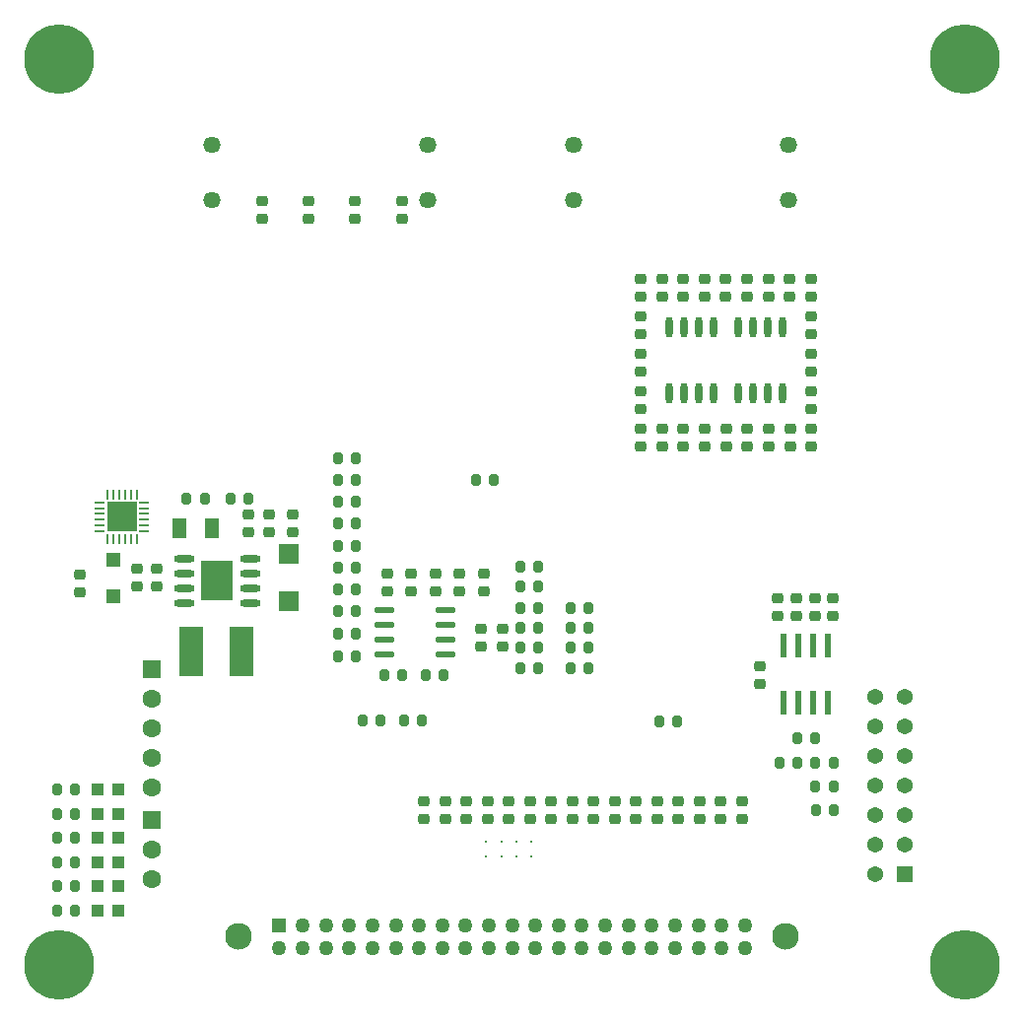
<source format=gbr>
G04*
G04 #@! TF.GenerationSoftware,Altium Limited,Altium Designer,24.1.2 (44)*
G04*
G04 Layer_Color=255*
%FSLAX44Y44*%
%MOMM*%
G71*
G04*
G04 #@! TF.SameCoordinates,5306FC51-672D-4A3A-99EF-6C0483DFD683*
G04*
G04*
G04 #@! TF.FilePolarity,Positive*
G04*
G01*
G75*
G04:AMPARAMS|DCode=24|XSize=0.95mm|YSize=0.85mm|CornerRadius=0.2125mm|HoleSize=0mm|Usage=FLASHONLY|Rotation=270.000|XOffset=0mm|YOffset=0mm|HoleType=Round|Shape=RoundedRectangle|*
%AMROUNDEDRECTD24*
21,1,0.9500,0.4250,0,0,270.0*
21,1,0.5250,0.8500,0,0,270.0*
1,1,0.4250,-0.2125,-0.2625*
1,1,0.4250,-0.2125,0.2625*
1,1,0.4250,0.2125,0.2625*
1,1,0.4250,0.2125,-0.2625*
%
%ADD24ROUNDEDRECTD24*%
G04:AMPARAMS|DCode=35|XSize=0.95mm|YSize=0.85mm|CornerRadius=0.2125mm|HoleSize=0mm|Usage=FLASHONLY|Rotation=180.000|XOffset=0mm|YOffset=0mm|HoleType=Round|Shape=RoundedRectangle|*
%AMROUNDEDRECTD35*
21,1,0.9500,0.4250,0,0,180.0*
21,1,0.5250,0.8500,0,0,180.0*
1,1,0.4250,-0.2625,0.2125*
1,1,0.4250,0.2625,0.2125*
1,1,0.4250,0.2625,-0.2125*
1,1,0.4250,-0.2625,-0.2125*
%
%ADD35ROUNDEDRECTD35*%
%ADD40R,1.8000X1.8000*%
%ADD66O,0.6000X1.8000*%
%ADD135C,0.3000*%
%ADD136R,1.3700X1.3700*%
%ADD137C,1.3700*%
%ADD138C,1.4580*%
%ADD139C,1.2580*%
%ADD140R,1.2580X1.2580*%
%ADD141C,2.3000*%
%ADD142C,1.0000*%
%ADD143C,6.0000*%
%ADD144C,1.6000*%
%ADD145R,1.6000X1.6000*%
G04:AMPARAMS|DCode=150|XSize=1.64mm|YSize=0.59mm|CornerRadius=0.1475mm|HoleSize=0mm|Usage=FLASHONLY|Rotation=0.000|XOffset=0mm|YOffset=0mm|HoleType=Round|Shape=RoundedRectangle|*
%AMROUNDEDRECTD150*
21,1,1.6400,0.2950,0,0,0.0*
21,1,1.3450,0.5900,0,0,0.0*
1,1,0.2950,0.6725,-0.1475*
1,1,0.2950,-0.6725,-0.1475*
1,1,0.2950,-0.6725,0.1475*
1,1,0.2950,0.6725,0.1475*
%
%ADD150ROUNDEDRECTD150*%
G04:AMPARAMS|DCode=151|XSize=1.97mm|YSize=0.59mm|CornerRadius=0.0738mm|HoleSize=0mm|Usage=FLASHONLY|Rotation=270.000|XOffset=0mm|YOffset=0mm|HoleType=Round|Shape=RoundedRectangle|*
%AMROUNDEDRECTD151*
21,1,1.9700,0.4425,0,0,270.0*
21,1,1.8225,0.5900,0,0,270.0*
1,1,0.1475,-0.2213,-0.9113*
1,1,0.1475,-0.2213,0.9113*
1,1,0.1475,0.2213,0.9113*
1,1,0.1475,0.2213,-0.9113*
%
%ADD151ROUNDEDRECTD151*%
%ADD152R,2.7178X3.4036*%
%ADD153O,1.8000X0.6000*%
%ADD154R,2.6500X2.6500*%
%ADD155R,0.8048X0.2746*%
%ADD156R,0.2746X0.8048*%
%ADD157R,2.0000X4.2000*%
G04:AMPARAMS|DCode=158|XSize=1.75mm|YSize=1.25mm|CornerRadius=0.2438mm|HoleSize=0mm|Usage=FLASHONLY|Rotation=270.000|XOffset=0mm|YOffset=0mm|HoleType=Round|Shape=RoundedRectangle|*
%AMROUNDEDRECTD158*
21,1,1.7500,0.7625,0,0,270.0*
21,1,1.2625,1.2500,0,0,270.0*
1,1,0.4875,-0.3813,-0.6313*
1,1,0.4875,-0.3813,0.6313*
1,1,0.4875,0.3813,0.6313*
1,1,0.4875,0.3813,-0.6313*
%
%ADD158ROUNDEDRECTD158*%
%ADD159R,1.1000X1.0000*%
%ADD160R,1.3000X1.1500*%
D24*
X290780Y339550D02*
D03*
X275280D02*
D03*
X290780Y320399D02*
D03*
X275280D02*
D03*
X290780Y358702D02*
D03*
X275280D02*
D03*
X275280Y301248D02*
D03*
X290780D02*
D03*
X685670Y168410D02*
D03*
X701170D02*
D03*
X685403Y189004D02*
D03*
X700902D02*
D03*
X669902Y230193D02*
D03*
X685403D02*
D03*
X700902Y209599D02*
D03*
X685403D02*
D03*
X669902D02*
D03*
X654402D02*
D03*
X34160Y82804D02*
D03*
X49660D02*
D03*
X34160Y103497D02*
D03*
X49660D02*
D03*
X34160Y124189D02*
D03*
X49660D02*
D03*
X34160Y144881D02*
D03*
X49660D02*
D03*
X290780Y433682D02*
D03*
X275280D02*
D03*
X290780Y377447D02*
D03*
X275280D02*
D03*
X290780Y414937D02*
D03*
X275280D02*
D03*
X290780Y396059D02*
D03*
X275280D02*
D03*
X275280Y452427D02*
D03*
X290780D02*
D03*
X275280Y471172D02*
D03*
X290780D02*
D03*
X296556Y245638D02*
D03*
X312056D02*
D03*
X198484Y436212D02*
D03*
X182984D02*
D03*
X34160Y186265D02*
D03*
X49660D02*
D03*
X34160Y165573D02*
D03*
X49660D02*
D03*
X409250Y452500D02*
D03*
X393750D02*
D03*
X332116Y245638D02*
D03*
X347616D02*
D03*
X431956Y308177D02*
D03*
X447456D02*
D03*
X431956Y342366D02*
D03*
X447456D02*
D03*
X431956Y325271D02*
D03*
X447456D02*
D03*
X431956Y291083D02*
D03*
X447456D02*
D03*
X475219Y342366D02*
D03*
X490719D02*
D03*
X475219Y308177D02*
D03*
X490719D02*
D03*
X475219Y325271D02*
D03*
X490719D02*
D03*
X475219Y291083D02*
D03*
X490719D02*
D03*
X160755Y436071D02*
D03*
X145255D02*
D03*
X431958Y378231D02*
D03*
X447458D02*
D03*
Y360781D02*
D03*
X431958D02*
D03*
X366204Y284416D02*
D03*
X350704D02*
D03*
X330644D02*
D03*
X315144D02*
D03*
X551517Y245146D02*
D03*
X567017D02*
D03*
D35*
X400674Y371902D02*
D03*
Y356402D02*
D03*
X359026Y371902D02*
D03*
Y356402D02*
D03*
X338202Y371902D02*
D03*
Y356402D02*
D03*
X317378Y371902D02*
D03*
Y356402D02*
D03*
X379850Y371902D02*
D03*
Y356402D02*
D03*
X668978Y350650D02*
D03*
Y335150D02*
D03*
X684922Y335150D02*
D03*
Y350650D02*
D03*
X700866Y335150D02*
D03*
Y350650D02*
D03*
X653034Y335150D02*
D03*
Y350650D02*
D03*
X637573Y276877D02*
D03*
Y292377D02*
D03*
X349504Y161160D02*
D03*
Y176660D02*
D03*
X367707Y161014D02*
D03*
Y176514D02*
D03*
X385911Y176514D02*
D03*
Y161014D02*
D03*
X404114Y161014D02*
D03*
Y176514D02*
D03*
X422317Y161014D02*
D03*
Y176514D02*
D03*
X440521Y176514D02*
D03*
Y161014D02*
D03*
X458724Y176514D02*
D03*
Y161014D02*
D03*
X476927Y161014D02*
D03*
Y176514D02*
D03*
X495131Y161014D02*
D03*
Y176514D02*
D03*
X513334Y161014D02*
D03*
Y176514D02*
D03*
X531537Y176514D02*
D03*
Y161014D02*
D03*
X549740Y161014D02*
D03*
Y176514D02*
D03*
X567944Y161014D02*
D03*
Y176514D02*
D03*
X586147Y176514D02*
D03*
Y161014D02*
D03*
X604350Y161014D02*
D03*
Y176514D02*
D03*
X622554Y161160D02*
D03*
Y176660D02*
D03*
X53866Y355470D02*
D03*
Y370970D02*
D03*
X663445Y625166D02*
D03*
Y609666D02*
D03*
X608577Y609666D02*
D03*
Y625166D02*
D03*
X681984Y481200D02*
D03*
Y496700D02*
D03*
X645343Y496700D02*
D03*
Y481200D02*
D03*
X626866Y609666D02*
D03*
Y625166D02*
D03*
X663664Y496700D02*
D03*
Y481200D02*
D03*
X535419Y625166D02*
D03*
Y609666D02*
D03*
X553740Y481200D02*
D03*
Y496700D02*
D03*
X571998Y609666D02*
D03*
Y625166D02*
D03*
X590381Y496700D02*
D03*
Y481200D02*
D03*
X590287Y609666D02*
D03*
Y625166D02*
D03*
X572060Y496700D02*
D03*
Y481200D02*
D03*
X198611Y422861D02*
D03*
Y407361D02*
D03*
X210000Y676410D02*
D03*
Y691910D02*
D03*
X250000Y676410D02*
D03*
Y691910D02*
D03*
X681860Y577550D02*
D03*
Y593050D02*
D03*
X681860Y560933D02*
D03*
Y545433D02*
D03*
X681859Y609666D02*
D03*
Y625166D02*
D03*
X681860Y528816D02*
D03*
Y513316D02*
D03*
X645281Y609666D02*
D03*
Y625166D02*
D03*
X627147Y496700D02*
D03*
Y481200D02*
D03*
X535544Y545433D02*
D03*
Y560933D02*
D03*
X535544Y528816D02*
D03*
Y513316D02*
D03*
X535544Y577550D02*
D03*
Y593050D02*
D03*
X535544Y496700D02*
D03*
Y481200D02*
D03*
X553833Y609666D02*
D03*
Y625166D02*
D03*
X608827Y496700D02*
D03*
Y481200D02*
D03*
X236504Y407250D02*
D03*
Y422750D02*
D03*
X102966Y376507D02*
D03*
Y361007D02*
D03*
X119444Y376606D02*
D03*
Y361106D02*
D03*
X417190Y309101D02*
D03*
Y324601D02*
D03*
X398263Y309101D02*
D03*
Y324601D02*
D03*
X216370Y407361D02*
D03*
Y422861D02*
D03*
X330454Y676410D02*
D03*
Y691910D02*
D03*
X290000Y676410D02*
D03*
Y691910D02*
D03*
D40*
X232733Y388601D02*
D03*
Y348601D02*
D03*
D66*
X619234Y583531D02*
D03*
X631934D02*
D03*
X644633D02*
D03*
X657334D02*
D03*
X619234Y527031D02*
D03*
X631934D02*
D03*
X644633D02*
D03*
X657334D02*
D03*
X597644Y527031D02*
D03*
X584944D02*
D03*
X572243D02*
D03*
X559543D02*
D03*
X597644Y583531D02*
D03*
X584944D02*
D03*
X572243D02*
D03*
X559543D02*
D03*
D135*
X428625Y142078D02*
D03*
Y129078D02*
D03*
X441625Y142078D02*
D03*
X415625D02*
D03*
Y129078D02*
D03*
X402625Y142078D02*
D03*
Y129078D02*
D03*
X441625D02*
D03*
D136*
X762700Y113800D02*
D03*
D137*
X737300D02*
D03*
X762700Y139200D02*
D03*
X737300D02*
D03*
X762700Y164600D02*
D03*
X737300D02*
D03*
Y190000D02*
D03*
Y215400D02*
D03*
X762700Y240800D02*
D03*
X737300D02*
D03*
X762700Y266200D02*
D03*
X737300D02*
D03*
X762700Y190000D02*
D03*
Y215400D02*
D03*
D138*
X352500Y692500D02*
D03*
X167500D02*
D03*
X352500Y740000D02*
D03*
X167500D02*
D03*
X662500Y692500D02*
D03*
X477500D02*
D03*
X662500Y740000D02*
D03*
X477500D02*
D03*
D139*
X625000Y50000D02*
D03*
Y70000D02*
D03*
X605000Y50000D02*
D03*
Y70000D02*
D03*
X585000Y50000D02*
D03*
Y70000D02*
D03*
X565000Y50000D02*
D03*
Y70000D02*
D03*
X545000Y50000D02*
D03*
Y70000D02*
D03*
X525000Y50000D02*
D03*
Y70000D02*
D03*
X505000Y50000D02*
D03*
Y70000D02*
D03*
X485000Y50000D02*
D03*
Y70000D02*
D03*
X465000Y50000D02*
D03*
Y70000D02*
D03*
X445000Y50000D02*
D03*
Y70000D02*
D03*
X425000Y50000D02*
D03*
Y70000D02*
D03*
X405000Y50000D02*
D03*
Y70000D02*
D03*
X385000Y50000D02*
D03*
Y70000D02*
D03*
X365000Y50000D02*
D03*
Y70000D02*
D03*
X345000Y50000D02*
D03*
Y70000D02*
D03*
X325000Y50000D02*
D03*
Y70000D02*
D03*
X305000Y50000D02*
D03*
Y70000D02*
D03*
X285000Y50000D02*
D03*
Y70000D02*
D03*
X265000Y50000D02*
D03*
Y70000D02*
D03*
X245000Y50000D02*
D03*
Y70000D02*
D03*
X225000Y50000D02*
D03*
D140*
Y70000D02*
D03*
D141*
X190000Y60000D02*
D03*
X660000D02*
D03*
D142*
X19560Y52440D02*
D03*
X52440Y19560D02*
D03*
X19560D02*
D03*
X52440Y52440D02*
D03*
X59250Y36000D02*
D03*
X36000Y13140D02*
D03*
X12750Y36000D02*
D03*
X36000Y59250D02*
D03*
X19560Y830440D02*
D03*
X52440Y797560D02*
D03*
X19560D02*
D03*
X52440Y830440D02*
D03*
X59250Y814000D02*
D03*
X36000Y791140D02*
D03*
X12750Y814000D02*
D03*
X36000Y837250D02*
D03*
X797560Y830440D02*
D03*
X830440Y797560D02*
D03*
X797560D02*
D03*
X830440Y830440D02*
D03*
X837250Y814000D02*
D03*
X814000Y791140D02*
D03*
X790750Y814000D02*
D03*
X814000Y837250D02*
D03*
X797560Y52440D02*
D03*
X830440Y19560D02*
D03*
X797560D02*
D03*
X830440Y52440D02*
D03*
X837250Y36000D02*
D03*
X814000Y13140D02*
D03*
X790750Y36000D02*
D03*
X814000Y59250D02*
D03*
D143*
X36000Y36000D02*
D03*
Y814000D02*
D03*
X814000D02*
D03*
Y36000D02*
D03*
D144*
X115316Y109728D02*
D03*
Y135128D02*
D03*
Y188516D02*
D03*
Y213916D02*
D03*
Y239316D02*
D03*
Y264716D02*
D03*
D145*
Y160528D02*
D03*
Y290116D02*
D03*
D150*
X367980Y302260D02*
D03*
Y314960D02*
D03*
Y327660D02*
D03*
Y340360D02*
D03*
X315280D02*
D03*
Y327660D02*
D03*
Y314960D02*
D03*
Y302260D02*
D03*
D151*
X658425Y310198D02*
D03*
X671125D02*
D03*
X683825D02*
D03*
X696525D02*
D03*
Y260698D02*
D03*
X683825D02*
D03*
X671125D02*
D03*
X658425D02*
D03*
D152*
X171657Y365732D02*
D03*
D153*
X199910Y384476D02*
D03*
Y371776D02*
D03*
Y359076D02*
D03*
Y346376D02*
D03*
X143410Y384476D02*
D03*
Y371776D02*
D03*
Y359076D02*
D03*
Y346376D02*
D03*
D154*
X89930Y420702D02*
D03*
D155*
X70906Y433202D02*
D03*
Y428202D02*
D03*
Y423202D02*
D03*
Y418202D02*
D03*
Y413202D02*
D03*
Y408202D02*
D03*
X108954D02*
D03*
Y413202D02*
D03*
Y418202D02*
D03*
Y423202D02*
D03*
Y428202D02*
D03*
Y433202D02*
D03*
D156*
X77430Y401678D02*
D03*
X82430D02*
D03*
X87430D02*
D03*
X92430D02*
D03*
X97430D02*
D03*
X102430D02*
D03*
Y439726D02*
D03*
X97430D02*
D03*
X92430D02*
D03*
X87430D02*
D03*
X82430D02*
D03*
X77430D02*
D03*
D157*
X192400Y304720D02*
D03*
X149000D02*
D03*
D158*
X166905Y410746D02*
D03*
X138905D02*
D03*
D159*
X69232Y82804D02*
D03*
X86232D02*
D03*
X69232Y103497D02*
D03*
X86232D02*
D03*
X69232Y124189D02*
D03*
X86232D02*
D03*
X69232Y144881D02*
D03*
X86232D02*
D03*
X69232Y186265D02*
D03*
X86232D02*
D03*
X69232Y165573D02*
D03*
X86232D02*
D03*
D160*
X82816Y383720D02*
D03*
Y352720D02*
D03*
M02*

</source>
